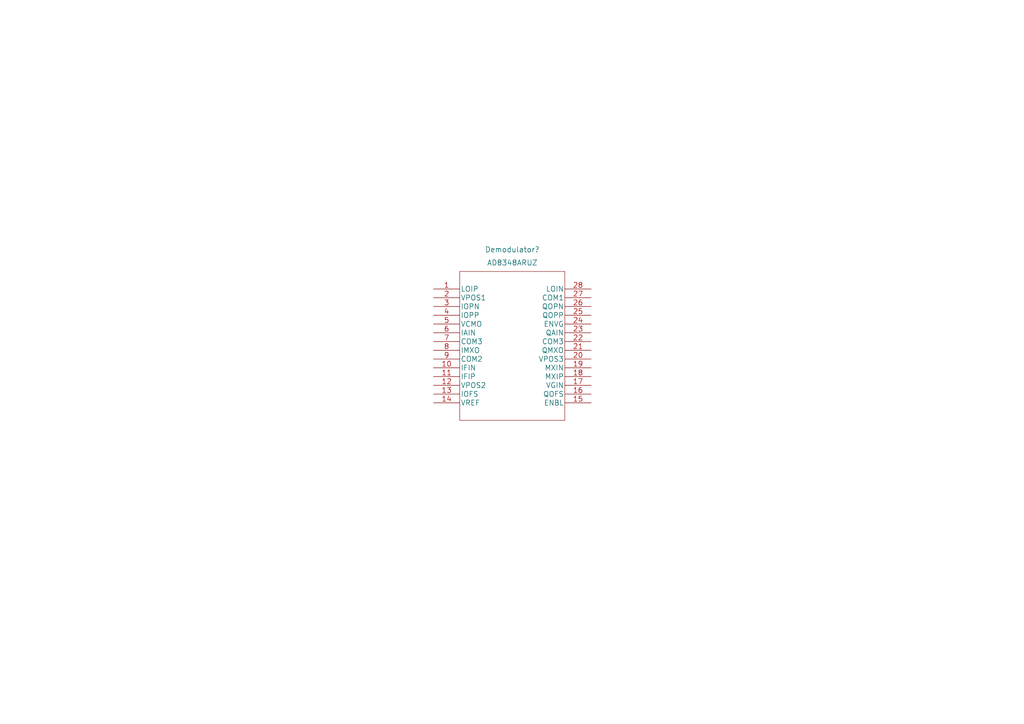
<source format=kicad_sch>
(kicad_sch (version 20211123) (generator eeschema)

  (uuid e1546190-ced7-4812-b439-3c1cc9d342e2)

  (paper "A4")

  (lib_symbols
    (symbol "local_library:AD8348ARUZ" (pin_names (offset 0.254)) (in_bom yes) (on_board yes)
      (property "Reference" "U" (id 0) (at 22.86 10.16 0)
        (effects (font (size 1.524 1.524)))
      )
      (property "Value" "AD8348ARUZ" (id 1) (at 22.86 7.62 0)
        (effects (font (size 1.524 1.524)))
      )
      (property "Footprint" "RU_28_ADI" (id 2) (at 22.86 6.096 0)
        (effects (font (size 1.524 1.524)) hide)
      )
      (property "Datasheet" "" (id 3) (at 0 0 0)
        (effects (font (size 1.524 1.524)))
      )
      (property "ki_locked" "" (id 4) (at 0 0 0)
        (effects (font (size 1.27 1.27)))
      )
      (property "ki_fp_filters" "RU_28_ADI RU_28_ADI-M RU_28_ADI-L" (id 5) (at 0 0 0)
        (effects (font (size 1.27 1.27)) hide)
      )
      (symbol "AD8348ARUZ_1_1"
        (polyline
          (pts
            (xy 7.62 -38.1)
            (xy 38.1 -38.1)
          )
          (stroke (width 0.127) (type default) (color 0 0 0 0))
          (fill (type none))
        )
        (polyline
          (pts
            (xy 7.62 5.08)
            (xy 7.62 -38.1)
          )
          (stroke (width 0.127) (type default) (color 0 0 0 0))
          (fill (type none))
        )
        (polyline
          (pts
            (xy 38.1 -38.1)
            (xy 38.1 5.08)
          )
          (stroke (width 0.127) (type default) (color 0 0 0 0))
          (fill (type none))
        )
        (polyline
          (pts
            (xy 38.1 5.08)
            (xy 7.62 5.08)
          )
          (stroke (width 0.127) (type default) (color 0 0 0 0))
          (fill (type none))
        )
        (pin unspecified line (at 0 0 0) (length 7.62)
          (name "LOIP" (effects (font (size 1.4986 1.4986))))
          (number "1" (effects (font (size 1.4986 1.4986))))
        )
        (pin unspecified line (at 0 -22.86 0) (length 7.62)
          (name "IFIN" (effects (font (size 1.4986 1.4986))))
          (number "10" (effects (font (size 1.4986 1.4986))))
        )
        (pin unspecified line (at 0 -25.4 0) (length 7.62)
          (name "IFIP" (effects (font (size 1.4986 1.4986))))
          (number "11" (effects (font (size 1.4986 1.4986))))
        )
        (pin power_in line (at 0 -27.94 0) (length 7.62)
          (name "VPOS2" (effects (font (size 1.4986 1.4986))))
          (number "12" (effects (font (size 1.4986 1.4986))))
        )
        (pin unspecified line (at 0 -30.48 0) (length 7.62)
          (name "IOFS" (effects (font (size 1.4986 1.4986))))
          (number "13" (effects (font (size 1.4986 1.4986))))
        )
        (pin unspecified line (at 0 -33.02 0) (length 7.62)
          (name "VREF" (effects (font (size 1.4986 1.4986))))
          (number "14" (effects (font (size 1.4986 1.4986))))
        )
        (pin unspecified line (at 45.72 -33.02 180) (length 7.62)
          (name "ENBL" (effects (font (size 1.4986 1.4986))))
          (number "15" (effects (font (size 1.4986 1.4986))))
        )
        (pin unspecified line (at 45.72 -30.48 180) (length 7.62)
          (name "QOFS" (effects (font (size 1.4986 1.4986))))
          (number "16" (effects (font (size 1.4986 1.4986))))
        )
        (pin unspecified line (at 45.72 -27.94 180) (length 7.62)
          (name "VGIN" (effects (font (size 1.4986 1.4986))))
          (number "17" (effects (font (size 1.4986 1.4986))))
        )
        (pin unspecified line (at 45.72 -25.4 180) (length 7.62)
          (name "MXIP" (effects (font (size 1.4986 1.4986))))
          (number "18" (effects (font (size 1.4986 1.4986))))
        )
        (pin unspecified line (at 45.72 -22.86 180) (length 7.62)
          (name "MXIN" (effects (font (size 1.4986 1.4986))))
          (number "19" (effects (font (size 1.4986 1.4986))))
        )
        (pin power_in line (at 0 -2.54 0) (length 7.62)
          (name "VPOS1" (effects (font (size 1.4986 1.4986))))
          (number "2" (effects (font (size 1.4986 1.4986))))
        )
        (pin power_in line (at 45.72 -20.32 180) (length 7.62)
          (name "VPOS3" (effects (font (size 1.4986 1.4986))))
          (number "20" (effects (font (size 1.4986 1.4986))))
        )
        (pin unspecified line (at 45.72 -17.78 180) (length 7.62)
          (name "QMXO" (effects (font (size 1.4986 1.4986))))
          (number "21" (effects (font (size 1.4986 1.4986))))
        )
        (pin unspecified line (at 45.72 -15.24 180) (length 7.62)
          (name "COM3" (effects (font (size 1.4986 1.4986))))
          (number "22" (effects (font (size 1.4986 1.4986))))
        )
        (pin unspecified line (at 45.72 -12.7 180) (length 7.62)
          (name "QAIN" (effects (font (size 1.4986 1.4986))))
          (number "23" (effects (font (size 1.4986 1.4986))))
        )
        (pin unspecified line (at 45.72 -10.16 180) (length 7.62)
          (name "ENVG" (effects (font (size 1.4986 1.4986))))
          (number "24" (effects (font (size 1.4986 1.4986))))
        )
        (pin unspecified line (at 45.72 -7.62 180) (length 7.62)
          (name "QOPP" (effects (font (size 1.4986 1.4986))))
          (number "25" (effects (font (size 1.4986 1.4986))))
        )
        (pin unspecified line (at 45.72 -5.08 180) (length 7.62)
          (name "QOPN" (effects (font (size 1.4986 1.4986))))
          (number "26" (effects (font (size 1.4986 1.4986))))
        )
        (pin unspecified line (at 45.72 -2.54 180) (length 7.62)
          (name "COM1" (effects (font (size 1.4986 1.4986))))
          (number "27" (effects (font (size 1.4986 1.4986))))
        )
        (pin unspecified line (at 45.72 0 180) (length 7.62)
          (name "LOIN" (effects (font (size 1.4986 1.4986))))
          (number "28" (effects (font (size 1.4986 1.4986))))
        )
        (pin unspecified line (at 0 -5.08 0) (length 7.62)
          (name "IOPN" (effects (font (size 1.4986 1.4986))))
          (number "3" (effects (font (size 1.4986 1.4986))))
        )
        (pin unspecified line (at 0 -7.62 0) (length 7.62)
          (name "IOPP" (effects (font (size 1.4986 1.4986))))
          (number "4" (effects (font (size 1.4986 1.4986))))
        )
        (pin power_in line (at 0 -10.16 0) (length 7.62)
          (name "VCMO" (effects (font (size 1.4986 1.4986))))
          (number "5" (effects (font (size 1.4986 1.4986))))
        )
        (pin unspecified line (at 0 -12.7 0) (length 7.62)
          (name "IAIN" (effects (font (size 1.4986 1.4986))))
          (number "6" (effects (font (size 1.4986 1.4986))))
        )
        (pin unspecified line (at 0 -15.24 0) (length 7.62)
          (name "COM3" (effects (font (size 1.4986 1.4986))))
          (number "7" (effects (font (size 1.4986 1.4986))))
        )
        (pin unspecified line (at 0 -17.78 0) (length 7.62)
          (name "IMXO" (effects (font (size 1.4986 1.4986))))
          (number "8" (effects (font (size 1.4986 1.4986))))
        )
        (pin unspecified line (at 0 -20.32 0) (length 7.62)
          (name "COM2" (effects (font (size 1.4986 1.4986))))
          (number "9" (effects (font (size 1.4986 1.4986))))
        )
      )
    )
  )


  (symbol (lib_id "local_library:AD8348ARUZ") (at 125.73 83.82 0) (unit 1)
    (in_bom yes) (on_board yes)
    (uuid 7b64303d-cb9d-4bff-bb53-d43fbbd5e8a9)
    (property "Reference" "Demodulator?" (id 0) (at 148.59 72.39 0)
      (effects (font (size 1.524 1.524)))
    )
    (property "Value" "AD8348ARUZ" (id 1) (at 148.59 76.2 0)
      (effects (font (size 1.524 1.524)))
    )
    (property "Footprint" "RU_28_ADI" (id 2) (at 148.59 77.724 0)
      (effects (font (size 1.524 1.524)) hide)
    )
    (property "Datasheet" "" (id 3) (at 125.73 83.82 0)
      (effects (font (size 1.524 1.524)))
    )
    (pin "1" (uuid 8156c135-b1d2-4bd5-8adf-080c2f73b8d5))
    (pin "10" (uuid 37d4713c-d829-47c7-9809-86256e2969f9))
    (pin "11" (uuid a8b587a1-2f6e-4cdd-8acb-13e60b639b96))
    (pin "12" (uuid 64f31f9e-f7d4-4482-80dd-2a78689d79c7))
    (pin "13" (uuid 9bab3387-bc94-44d8-a2fc-aad3c8fcfbf4))
    (pin "14" (uuid 88553f64-2901-4a5b-ae28-e75d7d3bc1a0))
    (pin "15" (uuid 200437b3-e600-49dc-b3a5-1cfeac4cc3f7))
    (pin "16" (uuid a25fd01b-28fb-4478-9326-33040b5ce004))
    (pin "17" (uuid 3c756e86-dab7-4cdc-b703-658a5fd6e960))
    (pin "18" (uuid 8fef3c27-32d9-418b-b136-630f68cf6819))
    (pin "19" (uuid 06a50e8d-b8ea-4998-a5f0-c999e5c2d2d7))
    (pin "2" (uuid 7d296b1f-776f-44e9-9959-c72e59a7a2ba))
    (pin "20" (uuid 548fafc7-24af-42b5-8093-f7628f7bd537))
    (pin "21" (uuid e429d04a-d365-4ff1-8277-cc9709bc9266))
    (pin "22" (uuid 2f6b3e51-dea2-46d3-ac4e-3d71946d26de))
    (pin "23" (uuid 6e436ea0-3e6b-40e2-bb9c-b66749800cb7))
    (pin "24" (uuid 7cbb17ac-6a22-4e5c-94ef-8034f99b8541))
    (pin "25" (uuid 857911c2-ad67-4efc-96a3-cabd57611a2d))
    (pin "26" (uuid 32378deb-860a-431e-a218-cce3e499e058))
    (pin "27" (uuid d223d684-8318-40df-a350-77210afef89c))
    (pin "28" (uuid 8cc5c46d-5b16-47b7-bf3d-ba24754fa6be))
    (pin "3" (uuid 1e4fbc88-f60a-43ed-b5bb-901a4f5cbb53))
    (pin "4" (uuid 6b178d15-d391-4aed-8c19-bb4e802ff464))
    (pin "5" (uuid 6007aa1a-b30f-4200-9a36-0110a7271931))
    (pin "6" (uuid 1c421b80-974e-466c-829e-f6312440438a))
    (pin "7" (uuid 847ae515-a9b5-431e-ae11-9b14774ebf9e))
    (pin "8" (uuid fc6d7abc-8861-41cc-bf73-698f6aad7802))
    (pin "9" (uuid 34dc05f2-c22f-42a0-b455-a5b193907c3c))
  )
)

</source>
